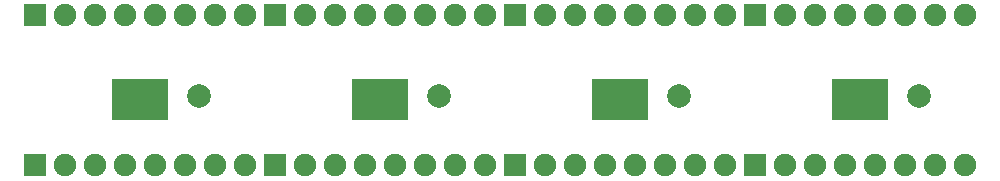
<source format=gbs>
G75*
G70*
%OFA0B0*%
%FSLAX25Y25*%
%IPPOS*%
%LPD*%
%AMOC8*
5,1,8,0,0,1.08239X$1,22.5*
%
%ADD14C,0.00600*%
%ADD18R,0.07500X0.07500*%
%ADD22C,0.07500*%
%ADD23C,0.07910*%
%ADD36R,0.07710X0.07910*%
X0010000Y0010000D02*
G01*
D14*
D18*
X0015000Y0065000D03*
D22*
X0025000Y0065000D03*
X0035000Y0065000D03*
X0045000Y0065000D03*
X0055000Y0065000D03*
X0065000Y0065000D03*
X0075000Y0065000D03*
X0085000Y0065000D03*
D18*
X0015000Y0015000D03*
D22*
X0025000Y0015000D03*
X0035000Y0015000D03*
X0045000Y0015000D03*
X0055000Y0015000D03*
X0065000Y0015000D03*
X0075000Y0015000D03*
X0085000Y0015000D03*
D36*
X0055710Y0034040D03*
X0050000Y0034040D03*
X0044290Y0034040D03*
X0044290Y0039950D03*
X0050000Y0039950D03*
X0055710Y0039950D03*
D23*
X0069750Y0038000D03*
X0090000Y0010000D02*
G01*
D14*
D18*
X0095000Y0065000D03*
D22*
X0105000Y0065000D03*
X0115000Y0065000D03*
X0125000Y0065000D03*
X0135000Y0065000D03*
X0145000Y0065000D03*
X0155000Y0065000D03*
X0165000Y0065000D03*
D18*
X0095000Y0015000D03*
D22*
X0105000Y0015000D03*
X0115000Y0015000D03*
X0125000Y0015000D03*
X0135000Y0015000D03*
X0145000Y0015000D03*
X0155000Y0015000D03*
X0165000Y0015000D03*
D36*
X0135710Y0034040D03*
X0130000Y0034040D03*
X0124290Y0034040D03*
X0124290Y0039950D03*
X0130000Y0039950D03*
X0135710Y0039950D03*
D23*
X0149750Y0038000D03*
X0170000Y0010000D02*
G01*
D14*
D18*
X0175000Y0065000D03*
D22*
X0185000Y0065000D03*
X0195000Y0065000D03*
X0205000Y0065000D03*
X0215000Y0065000D03*
X0225000Y0065000D03*
X0235000Y0065000D03*
X0245000Y0065000D03*
D18*
X0175000Y0015000D03*
D22*
X0185000Y0015000D03*
X0195000Y0015000D03*
X0205000Y0015000D03*
X0215000Y0015000D03*
X0225000Y0015000D03*
X0235000Y0015000D03*
X0245000Y0015000D03*
D36*
X0215710Y0034040D03*
X0210000Y0034040D03*
X0204290Y0034040D03*
X0204290Y0039950D03*
X0210000Y0039950D03*
X0215710Y0039950D03*
D23*
X0229750Y0038000D03*
X0250000Y0010000D02*
G01*
D14*
D18*
X0255000Y0065000D03*
D22*
X0265000Y0065000D03*
X0275000Y0065000D03*
X0285000Y0065000D03*
X0295000Y0065000D03*
X0305000Y0065000D03*
X0315000Y0065000D03*
X0325000Y0065000D03*
D18*
X0255000Y0015000D03*
D22*
X0265000Y0015000D03*
X0275000Y0015000D03*
X0285000Y0015000D03*
X0295000Y0015000D03*
X0305000Y0015000D03*
X0315000Y0015000D03*
X0325000Y0015000D03*
D36*
X0295710Y0034040D03*
X0290000Y0034040D03*
X0284290Y0034040D03*
X0284290Y0039950D03*
X0290000Y0039950D03*
X0295710Y0039950D03*
D23*
X0309750Y0038000D03*
M02*

</source>
